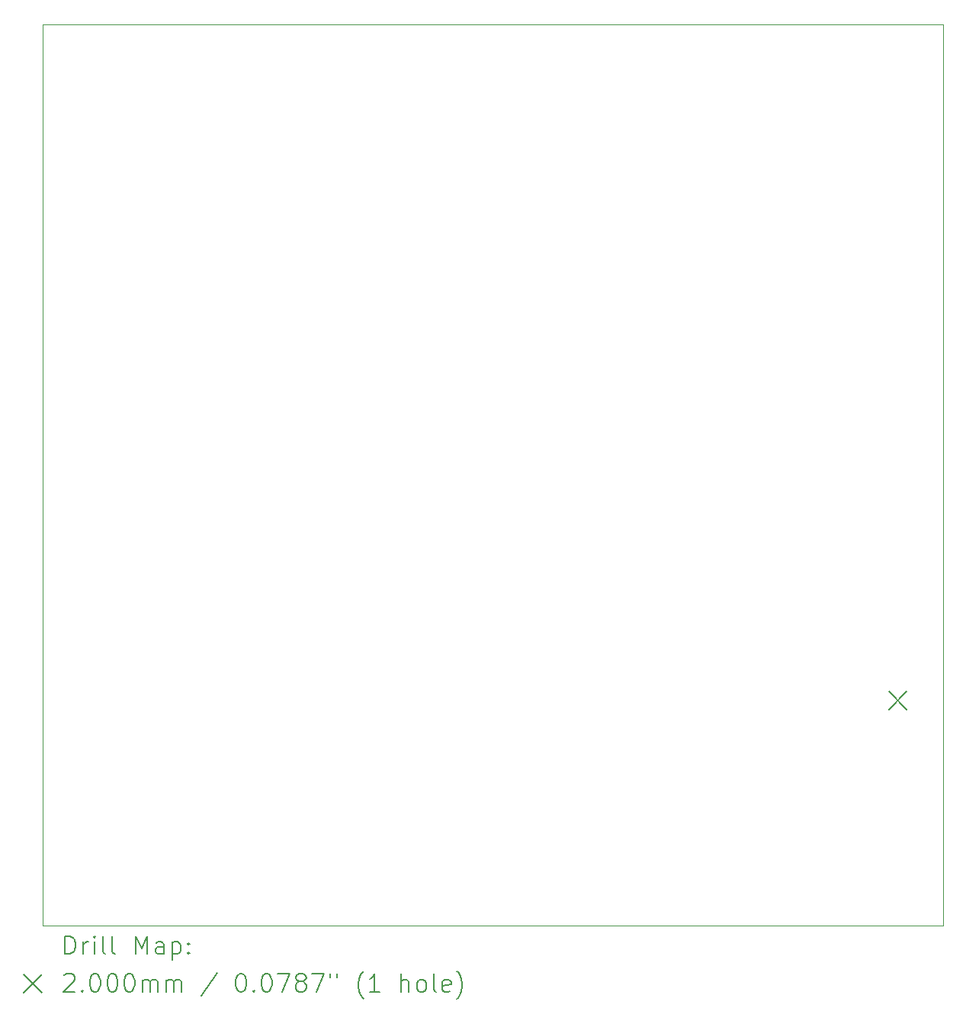
<source format=gbr>
%FSLAX45Y45*%
G04 Gerber Fmt 4.5, Leading zero omitted, Abs format (unit mm)*
G04 Created by KiCad (PCBNEW (6.0.0)) date 2022-01-21 17:30:21*
%MOMM*%
%LPD*%
G01*
G04 APERTURE LIST*
%TA.AperFunction,Profile*%
%ADD10C,0.100000*%
%TD*%
%ADD11C,0.200000*%
G04 APERTURE END LIST*
D10*
X20000000Y-15000000D02*
X10000000Y-15000000D01*
X10000000Y-15000000D02*
X10000000Y-5000000D01*
X10000000Y-5000000D02*
X20000000Y-5000000D01*
X20000000Y-5000000D02*
X20000000Y-15000000D01*
D11*
X19400000Y-12400000D02*
X19600000Y-12600000D01*
X19600000Y-12400000D02*
X19400000Y-12600000D01*
X10252619Y-15315476D02*
X10252619Y-15115476D01*
X10300238Y-15115476D01*
X10328810Y-15125000D01*
X10347857Y-15144048D01*
X10357381Y-15163095D01*
X10366905Y-15201190D01*
X10366905Y-15229762D01*
X10357381Y-15267857D01*
X10347857Y-15286905D01*
X10328810Y-15305952D01*
X10300238Y-15315476D01*
X10252619Y-15315476D01*
X10452619Y-15315476D02*
X10452619Y-15182143D01*
X10452619Y-15220238D02*
X10462143Y-15201190D01*
X10471667Y-15191667D01*
X10490714Y-15182143D01*
X10509762Y-15182143D01*
X10576429Y-15315476D02*
X10576429Y-15182143D01*
X10576429Y-15115476D02*
X10566905Y-15125000D01*
X10576429Y-15134524D01*
X10585952Y-15125000D01*
X10576429Y-15115476D01*
X10576429Y-15134524D01*
X10700238Y-15315476D02*
X10681190Y-15305952D01*
X10671667Y-15286905D01*
X10671667Y-15115476D01*
X10805000Y-15315476D02*
X10785952Y-15305952D01*
X10776429Y-15286905D01*
X10776429Y-15115476D01*
X11033571Y-15315476D02*
X11033571Y-15115476D01*
X11100238Y-15258333D01*
X11166905Y-15115476D01*
X11166905Y-15315476D01*
X11347857Y-15315476D02*
X11347857Y-15210714D01*
X11338333Y-15191667D01*
X11319286Y-15182143D01*
X11281190Y-15182143D01*
X11262143Y-15191667D01*
X11347857Y-15305952D02*
X11328809Y-15315476D01*
X11281190Y-15315476D01*
X11262143Y-15305952D01*
X11252619Y-15286905D01*
X11252619Y-15267857D01*
X11262143Y-15248809D01*
X11281190Y-15239286D01*
X11328809Y-15239286D01*
X11347857Y-15229762D01*
X11443095Y-15182143D02*
X11443095Y-15382143D01*
X11443095Y-15191667D02*
X11462143Y-15182143D01*
X11500238Y-15182143D01*
X11519286Y-15191667D01*
X11528809Y-15201190D01*
X11538333Y-15220238D01*
X11538333Y-15277381D01*
X11528809Y-15296428D01*
X11519286Y-15305952D01*
X11500238Y-15315476D01*
X11462143Y-15315476D01*
X11443095Y-15305952D01*
X11624048Y-15296428D02*
X11633571Y-15305952D01*
X11624048Y-15315476D01*
X11614524Y-15305952D01*
X11624048Y-15296428D01*
X11624048Y-15315476D01*
X11624048Y-15191667D02*
X11633571Y-15201190D01*
X11624048Y-15210714D01*
X11614524Y-15201190D01*
X11624048Y-15191667D01*
X11624048Y-15210714D01*
X9795000Y-15545000D02*
X9995000Y-15745000D01*
X9995000Y-15545000D02*
X9795000Y-15745000D01*
X10243095Y-15554524D02*
X10252619Y-15545000D01*
X10271667Y-15535476D01*
X10319286Y-15535476D01*
X10338333Y-15545000D01*
X10347857Y-15554524D01*
X10357381Y-15573571D01*
X10357381Y-15592619D01*
X10347857Y-15621190D01*
X10233571Y-15735476D01*
X10357381Y-15735476D01*
X10443095Y-15716428D02*
X10452619Y-15725952D01*
X10443095Y-15735476D01*
X10433571Y-15725952D01*
X10443095Y-15716428D01*
X10443095Y-15735476D01*
X10576429Y-15535476D02*
X10595476Y-15535476D01*
X10614524Y-15545000D01*
X10624048Y-15554524D01*
X10633571Y-15573571D01*
X10643095Y-15611667D01*
X10643095Y-15659286D01*
X10633571Y-15697381D01*
X10624048Y-15716428D01*
X10614524Y-15725952D01*
X10595476Y-15735476D01*
X10576429Y-15735476D01*
X10557381Y-15725952D01*
X10547857Y-15716428D01*
X10538333Y-15697381D01*
X10528810Y-15659286D01*
X10528810Y-15611667D01*
X10538333Y-15573571D01*
X10547857Y-15554524D01*
X10557381Y-15545000D01*
X10576429Y-15535476D01*
X10766905Y-15535476D02*
X10785952Y-15535476D01*
X10805000Y-15545000D01*
X10814524Y-15554524D01*
X10824048Y-15573571D01*
X10833571Y-15611667D01*
X10833571Y-15659286D01*
X10824048Y-15697381D01*
X10814524Y-15716428D01*
X10805000Y-15725952D01*
X10785952Y-15735476D01*
X10766905Y-15735476D01*
X10747857Y-15725952D01*
X10738333Y-15716428D01*
X10728810Y-15697381D01*
X10719286Y-15659286D01*
X10719286Y-15611667D01*
X10728810Y-15573571D01*
X10738333Y-15554524D01*
X10747857Y-15545000D01*
X10766905Y-15535476D01*
X10957381Y-15535476D02*
X10976429Y-15535476D01*
X10995476Y-15545000D01*
X11005000Y-15554524D01*
X11014524Y-15573571D01*
X11024048Y-15611667D01*
X11024048Y-15659286D01*
X11014524Y-15697381D01*
X11005000Y-15716428D01*
X10995476Y-15725952D01*
X10976429Y-15735476D01*
X10957381Y-15735476D01*
X10938333Y-15725952D01*
X10928810Y-15716428D01*
X10919286Y-15697381D01*
X10909762Y-15659286D01*
X10909762Y-15611667D01*
X10919286Y-15573571D01*
X10928810Y-15554524D01*
X10938333Y-15545000D01*
X10957381Y-15535476D01*
X11109762Y-15735476D02*
X11109762Y-15602143D01*
X11109762Y-15621190D02*
X11119286Y-15611667D01*
X11138333Y-15602143D01*
X11166905Y-15602143D01*
X11185952Y-15611667D01*
X11195476Y-15630714D01*
X11195476Y-15735476D01*
X11195476Y-15630714D02*
X11205000Y-15611667D01*
X11224048Y-15602143D01*
X11252619Y-15602143D01*
X11271667Y-15611667D01*
X11281190Y-15630714D01*
X11281190Y-15735476D01*
X11376428Y-15735476D02*
X11376428Y-15602143D01*
X11376428Y-15621190D02*
X11385952Y-15611667D01*
X11405000Y-15602143D01*
X11433571Y-15602143D01*
X11452619Y-15611667D01*
X11462143Y-15630714D01*
X11462143Y-15735476D01*
X11462143Y-15630714D02*
X11471667Y-15611667D01*
X11490714Y-15602143D01*
X11519286Y-15602143D01*
X11538333Y-15611667D01*
X11547857Y-15630714D01*
X11547857Y-15735476D01*
X11938333Y-15525952D02*
X11766905Y-15783095D01*
X12195476Y-15535476D02*
X12214524Y-15535476D01*
X12233571Y-15545000D01*
X12243095Y-15554524D01*
X12252619Y-15573571D01*
X12262143Y-15611667D01*
X12262143Y-15659286D01*
X12252619Y-15697381D01*
X12243095Y-15716428D01*
X12233571Y-15725952D01*
X12214524Y-15735476D01*
X12195476Y-15735476D01*
X12176428Y-15725952D01*
X12166905Y-15716428D01*
X12157381Y-15697381D01*
X12147857Y-15659286D01*
X12147857Y-15611667D01*
X12157381Y-15573571D01*
X12166905Y-15554524D01*
X12176428Y-15545000D01*
X12195476Y-15535476D01*
X12347857Y-15716428D02*
X12357381Y-15725952D01*
X12347857Y-15735476D01*
X12338333Y-15725952D01*
X12347857Y-15716428D01*
X12347857Y-15735476D01*
X12481190Y-15535476D02*
X12500238Y-15535476D01*
X12519286Y-15545000D01*
X12528809Y-15554524D01*
X12538333Y-15573571D01*
X12547857Y-15611667D01*
X12547857Y-15659286D01*
X12538333Y-15697381D01*
X12528809Y-15716428D01*
X12519286Y-15725952D01*
X12500238Y-15735476D01*
X12481190Y-15735476D01*
X12462143Y-15725952D01*
X12452619Y-15716428D01*
X12443095Y-15697381D01*
X12433571Y-15659286D01*
X12433571Y-15611667D01*
X12443095Y-15573571D01*
X12452619Y-15554524D01*
X12462143Y-15545000D01*
X12481190Y-15535476D01*
X12614524Y-15535476D02*
X12747857Y-15535476D01*
X12662143Y-15735476D01*
X12852619Y-15621190D02*
X12833571Y-15611667D01*
X12824048Y-15602143D01*
X12814524Y-15583095D01*
X12814524Y-15573571D01*
X12824048Y-15554524D01*
X12833571Y-15545000D01*
X12852619Y-15535476D01*
X12890714Y-15535476D01*
X12909762Y-15545000D01*
X12919286Y-15554524D01*
X12928809Y-15573571D01*
X12928809Y-15583095D01*
X12919286Y-15602143D01*
X12909762Y-15611667D01*
X12890714Y-15621190D01*
X12852619Y-15621190D01*
X12833571Y-15630714D01*
X12824048Y-15640238D01*
X12814524Y-15659286D01*
X12814524Y-15697381D01*
X12824048Y-15716428D01*
X12833571Y-15725952D01*
X12852619Y-15735476D01*
X12890714Y-15735476D01*
X12909762Y-15725952D01*
X12919286Y-15716428D01*
X12928809Y-15697381D01*
X12928809Y-15659286D01*
X12919286Y-15640238D01*
X12909762Y-15630714D01*
X12890714Y-15621190D01*
X12995476Y-15535476D02*
X13128809Y-15535476D01*
X13043095Y-15735476D01*
X13195476Y-15535476D02*
X13195476Y-15573571D01*
X13271667Y-15535476D02*
X13271667Y-15573571D01*
X13566905Y-15811667D02*
X13557381Y-15802143D01*
X13538333Y-15773571D01*
X13528809Y-15754524D01*
X13519286Y-15725952D01*
X13509762Y-15678333D01*
X13509762Y-15640238D01*
X13519286Y-15592619D01*
X13528809Y-15564048D01*
X13538333Y-15545000D01*
X13557381Y-15516428D01*
X13566905Y-15506905D01*
X13747857Y-15735476D02*
X13633571Y-15735476D01*
X13690714Y-15735476D02*
X13690714Y-15535476D01*
X13671667Y-15564048D01*
X13652619Y-15583095D01*
X13633571Y-15592619D01*
X13985952Y-15735476D02*
X13985952Y-15535476D01*
X14071667Y-15735476D02*
X14071667Y-15630714D01*
X14062143Y-15611667D01*
X14043095Y-15602143D01*
X14014524Y-15602143D01*
X13995476Y-15611667D01*
X13985952Y-15621190D01*
X14195476Y-15735476D02*
X14176428Y-15725952D01*
X14166905Y-15716428D01*
X14157381Y-15697381D01*
X14157381Y-15640238D01*
X14166905Y-15621190D01*
X14176428Y-15611667D01*
X14195476Y-15602143D01*
X14224048Y-15602143D01*
X14243095Y-15611667D01*
X14252619Y-15621190D01*
X14262143Y-15640238D01*
X14262143Y-15697381D01*
X14252619Y-15716428D01*
X14243095Y-15725952D01*
X14224048Y-15735476D01*
X14195476Y-15735476D01*
X14376428Y-15735476D02*
X14357381Y-15725952D01*
X14347857Y-15706905D01*
X14347857Y-15535476D01*
X14528809Y-15725952D02*
X14509762Y-15735476D01*
X14471667Y-15735476D01*
X14452619Y-15725952D01*
X14443095Y-15706905D01*
X14443095Y-15630714D01*
X14452619Y-15611667D01*
X14471667Y-15602143D01*
X14509762Y-15602143D01*
X14528809Y-15611667D01*
X14538333Y-15630714D01*
X14538333Y-15649762D01*
X14443095Y-15668809D01*
X14605000Y-15811667D02*
X14614524Y-15802143D01*
X14633571Y-15773571D01*
X14643095Y-15754524D01*
X14652619Y-15725952D01*
X14662143Y-15678333D01*
X14662143Y-15640238D01*
X14652619Y-15592619D01*
X14643095Y-15564048D01*
X14633571Y-15545000D01*
X14614524Y-15516428D01*
X14605000Y-15506905D01*
M02*

</source>
